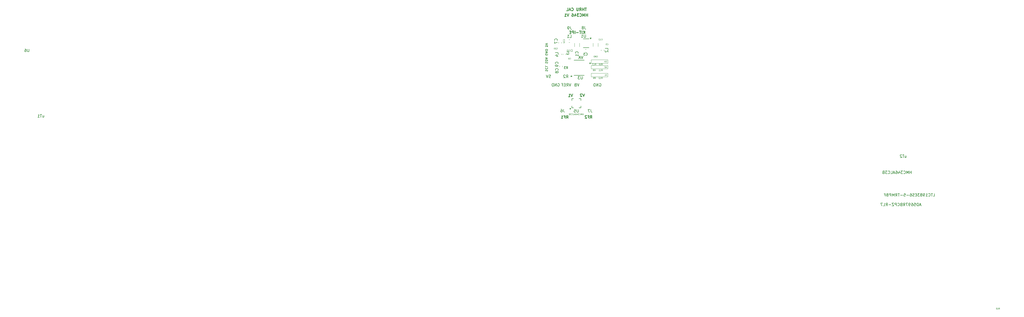
<source format=gbr>
%TF.GenerationSoftware,KiCad,Pcbnew,5.1.5-52549c5~84~ubuntu18.04.1*%
%TF.CreationDate,2020-02-12T17:28:15+01:00*%
%TF.ProjectId,HMC_RF_IPE,484d435f-5246-45f4-9950-452e6b696361,rev?*%
%TF.SameCoordinates,Original*%
%TF.FileFunction,Legend,Bot*%
%TF.FilePolarity,Positive*%
%FSLAX46Y46*%
G04 Gerber Fmt 4.6, Leading zero omitted, Abs format (unit mm)*
G04 Created by KiCad (PCBNEW 5.1.5-52549c5~84~ubuntu18.04.1) date 2020-02-12 17:28:15*
%MOMM*%
%LPD*%
G04 APERTURE LIST*
%ADD10C,0.120000*%
%ADD11C,0.125000*%
%ADD12C,0.250000*%
%ADD13C,0.200000*%
%ADD14C,0.152400*%
%ADD15C,0.150000*%
G04 APERTURE END LIST*
D10*
X147643410Y-82903200D02*
X147643410Y-81673200D01*
X153603410Y-81673200D02*
X153603410Y-82903200D01*
X153603410Y-82903200D02*
X147643410Y-82903200D01*
D11*
X153180552Y-82366533D02*
X152942457Y-82366533D01*
X153228171Y-82509390D02*
X153061505Y-82009390D01*
X152894838Y-82509390D01*
X152466267Y-82509390D02*
X152751981Y-82509390D01*
X152609124Y-82509390D02*
X152609124Y-82009390D01*
X152656743Y-82080819D01*
X152704362Y-82128438D01*
X152751981Y-82152247D01*
D10*
X147643410Y-81673200D02*
X153603410Y-81673200D01*
X147613410Y-80083200D02*
X147613410Y-78853200D01*
X153573410Y-78853200D02*
X153573410Y-80083200D01*
X153573410Y-80083200D02*
X147613410Y-80083200D01*
D11*
X153150552Y-79546533D02*
X152912457Y-79546533D01*
X153198171Y-79689390D02*
X153031505Y-79189390D01*
X152864838Y-79689390D01*
X152602933Y-79189390D02*
X152555314Y-79189390D01*
X152507695Y-79213200D01*
X152483886Y-79237009D01*
X152460076Y-79284628D01*
X152436267Y-79379866D01*
X152436267Y-79498914D01*
X152460076Y-79594152D01*
X152483886Y-79641771D01*
X152507695Y-79665580D01*
X152555314Y-79689390D01*
X152602933Y-79689390D01*
X152650552Y-79665580D01*
X152674362Y-79641771D01*
X152698171Y-79594152D01*
X152721981Y-79498914D01*
X152721981Y-79379866D01*
X152698171Y-79284628D01*
X152674362Y-79237009D01*
X152650552Y-79213200D01*
X152602933Y-79189390D01*
D10*
X147613410Y-78853200D02*
X153573410Y-78853200D01*
D11*
X152876743Y-77213200D02*
X152924362Y-77189390D01*
X152995790Y-77189390D01*
X153067219Y-77213200D01*
X153114838Y-77260819D01*
X153138648Y-77308438D01*
X153162457Y-77403676D01*
X153162457Y-77475104D01*
X153138648Y-77570342D01*
X153114838Y-77617961D01*
X153067219Y-77665580D01*
X152995790Y-77689390D01*
X152948171Y-77689390D01*
X152876743Y-77665580D01*
X152852933Y-77641771D01*
X152852933Y-77475104D01*
X152948171Y-77475104D01*
X152662457Y-77546533D02*
X152424362Y-77546533D01*
X152710076Y-77689390D02*
X152543410Y-77189390D01*
X152376743Y-77689390D01*
D10*
X147613410Y-78083200D02*
X147613410Y-76853200D01*
X153573410Y-78083200D02*
X147613410Y-78083200D01*
X153573410Y-76853200D02*
X153573410Y-78083200D01*
X147613410Y-76853200D02*
X153573410Y-76853200D01*
D12*
X141052933Y-89035580D02*
X140719600Y-90035580D01*
X140386267Y-89035580D01*
X139529124Y-90035580D02*
X140100552Y-90035580D01*
X139814838Y-90035580D02*
X139814838Y-89035580D01*
X139910076Y-89178438D01*
X140005314Y-89273676D01*
X140100552Y-89321295D01*
X145262933Y-88985580D02*
X144929600Y-89985580D01*
X144596267Y-88985580D01*
X144310552Y-89080819D02*
X144262933Y-89033200D01*
X144167695Y-88985580D01*
X143929600Y-88985580D01*
X143834362Y-89033200D01*
X143786743Y-89080819D01*
X143739124Y-89176057D01*
X143739124Y-89271295D01*
X143786743Y-89414152D01*
X144358171Y-89985580D01*
X143739124Y-89985580D01*
X146344838Y-61335580D02*
X146344838Y-60335580D01*
X146344838Y-60811771D02*
X145773410Y-60811771D01*
X145773410Y-61335580D02*
X145773410Y-60335580D01*
X145297219Y-61335580D02*
X145297219Y-60335580D01*
X144963886Y-61049866D01*
X144630552Y-60335580D01*
X144630552Y-61335580D01*
X143582933Y-61240342D02*
X143630552Y-61287961D01*
X143773410Y-61335580D01*
X143868648Y-61335580D01*
X144011505Y-61287961D01*
X144106743Y-61192723D01*
X144154362Y-61097485D01*
X144201981Y-60907009D01*
X144201981Y-60764152D01*
X144154362Y-60573676D01*
X144106743Y-60478438D01*
X144011505Y-60383200D01*
X143868648Y-60335580D01*
X143773410Y-60335580D01*
X143630552Y-60383200D01*
X143582933Y-60430819D01*
X143249600Y-60335580D02*
X142630552Y-60335580D01*
X142963886Y-60716533D01*
X142821029Y-60716533D01*
X142725790Y-60764152D01*
X142678171Y-60811771D01*
X142630552Y-60907009D01*
X142630552Y-61145104D01*
X142678171Y-61240342D01*
X142725790Y-61287961D01*
X142821029Y-61335580D01*
X143106743Y-61335580D01*
X143201981Y-61287961D01*
X143249600Y-61240342D01*
X141773410Y-60668914D02*
X141773410Y-61335580D01*
X142011505Y-60287961D02*
X142249600Y-61002247D01*
X141630552Y-61002247D01*
X140821029Y-60335580D02*
X141011505Y-60335580D01*
X141106743Y-60383200D01*
X141154362Y-60430819D01*
X141249600Y-60573676D01*
X141297219Y-60764152D01*
X141297219Y-61145104D01*
X141249600Y-61240342D01*
X141201981Y-61287961D01*
X141106743Y-61335580D01*
X140916267Y-61335580D01*
X140821029Y-61287961D01*
X140773410Y-61240342D01*
X140725790Y-61145104D01*
X140725790Y-60907009D01*
X140773410Y-60811771D01*
X140821029Y-60764152D01*
X140916267Y-60716533D01*
X141106743Y-60716533D01*
X141201981Y-60764152D01*
X141249600Y-60811771D01*
X141297219Y-60907009D01*
X139678171Y-60335580D02*
X139344838Y-61335580D01*
X139011505Y-60335580D01*
X138154362Y-61335580D02*
X138725790Y-61335580D01*
X138440076Y-61335580D02*
X138440076Y-60335580D01*
X138535314Y-60478438D01*
X138630552Y-60573676D01*
X138725790Y-60621295D01*
X145333886Y-67485580D02*
X145333886Y-66485580D01*
X144762457Y-67485580D02*
X145191029Y-66914152D01*
X144762457Y-66485580D02*
X145333886Y-67057009D01*
X144333886Y-67485580D02*
X144333886Y-66485580D01*
X144000552Y-66485580D02*
X143429124Y-66485580D01*
X143714838Y-67485580D02*
X143714838Y-66485580D01*
X143095790Y-67104628D02*
X142333886Y-67104628D01*
X141857695Y-67485580D02*
X141857695Y-66485580D01*
X141381505Y-67485580D02*
X141381505Y-66485580D01*
X141000552Y-66485580D01*
X140905314Y-66533200D01*
X140857695Y-66580819D01*
X140810076Y-66676057D01*
X140810076Y-66818914D01*
X140857695Y-66914152D01*
X140905314Y-66961771D01*
X141000552Y-67009390D01*
X141381505Y-67009390D01*
X140381505Y-66961771D02*
X140048171Y-66961771D01*
X139905314Y-67485580D02*
X140381505Y-67485580D01*
X140381505Y-66485580D01*
X139905314Y-66485580D01*
X145971029Y-58295580D02*
X145399600Y-58295580D01*
X145685314Y-59295580D02*
X145685314Y-58295580D01*
X145066267Y-59295580D02*
X145066267Y-58295580D01*
X145066267Y-58771771D02*
X144494838Y-58771771D01*
X144494838Y-59295580D02*
X144494838Y-58295580D01*
X143447219Y-59295580D02*
X143780552Y-58819390D01*
X144018648Y-59295580D02*
X144018648Y-58295580D01*
X143637695Y-58295580D01*
X143542457Y-58343200D01*
X143494838Y-58390819D01*
X143447219Y-58486057D01*
X143447219Y-58628914D01*
X143494838Y-58724152D01*
X143542457Y-58771771D01*
X143637695Y-58819390D01*
X144018648Y-58819390D01*
X143018648Y-58295580D02*
X143018648Y-59105104D01*
X142971029Y-59200342D01*
X142923410Y-59247961D01*
X142828171Y-59295580D01*
X142637695Y-59295580D01*
X142542457Y-59247961D01*
X142494838Y-59200342D01*
X142447219Y-59105104D01*
X142447219Y-58295580D01*
X140637695Y-59200342D02*
X140685314Y-59247961D01*
X140828171Y-59295580D01*
X140923410Y-59295580D01*
X141066267Y-59247961D01*
X141161505Y-59152723D01*
X141209124Y-59057485D01*
X141256743Y-58867009D01*
X141256743Y-58724152D01*
X141209124Y-58533676D01*
X141161505Y-58438438D01*
X141066267Y-58343200D01*
X140923410Y-58295580D01*
X140828171Y-58295580D01*
X140685314Y-58343200D01*
X140637695Y-58390819D01*
X140256743Y-59009866D02*
X139780552Y-59009866D01*
X140351981Y-59295580D02*
X140018648Y-58295580D01*
X139685314Y-59295580D01*
X138875790Y-59295580D02*
X139351981Y-59295580D01*
X139351981Y-58295580D01*
D13*
X131399600Y-80911295D02*
X131361505Y-80797009D01*
X131361505Y-80606533D01*
X131399600Y-80530342D01*
X131437695Y-80492247D01*
X131513886Y-80454152D01*
X131590076Y-80454152D01*
X131666267Y-80492247D01*
X131704362Y-80530342D01*
X131742457Y-80606533D01*
X131780552Y-80758914D01*
X131818648Y-80835104D01*
X131856743Y-80873200D01*
X131932933Y-80911295D01*
X132009124Y-80911295D01*
X132085314Y-80873200D01*
X132123410Y-80835104D01*
X132161505Y-80758914D01*
X132161505Y-80568438D01*
X132123410Y-80454152D01*
X131437695Y-79654152D02*
X131399600Y-79692247D01*
X131361505Y-79806533D01*
X131361505Y-79882723D01*
X131399600Y-79997009D01*
X131475790Y-80073200D01*
X131551981Y-80111295D01*
X131704362Y-80149390D01*
X131818648Y-80149390D01*
X131971029Y-80111295D01*
X132047219Y-80073200D01*
X132123410Y-79997009D01*
X132161505Y-79882723D01*
X132161505Y-79806533D01*
X132123410Y-79692247D01*
X132085314Y-79654152D01*
X131361505Y-78930342D02*
X131361505Y-79311295D01*
X132161505Y-79311295D01*
X131399600Y-78092247D02*
X131361505Y-77977961D01*
X131361505Y-77787485D01*
X131399600Y-77711295D01*
X131437695Y-77673200D01*
X131513886Y-77635104D01*
X131590076Y-77635104D01*
X131666267Y-77673200D01*
X131704362Y-77711295D01*
X131742457Y-77787485D01*
X131780552Y-77939866D01*
X131818648Y-78016057D01*
X131856743Y-78054152D01*
X131932933Y-78092247D01*
X132009124Y-78092247D01*
X132085314Y-78054152D01*
X132123410Y-78016057D01*
X132161505Y-77939866D01*
X132161505Y-77749390D01*
X132123410Y-77635104D01*
X131361505Y-77292247D02*
X132161505Y-77292247D01*
X132161505Y-77101771D01*
X132123410Y-76987485D01*
X132047219Y-76911295D01*
X131971029Y-76873200D01*
X131818648Y-76835104D01*
X131704362Y-76835104D01*
X131551981Y-76873200D01*
X131475790Y-76911295D01*
X131399600Y-76987485D01*
X131361505Y-77101771D01*
X131361505Y-77292247D01*
X131590076Y-76530342D02*
X131590076Y-76149390D01*
X131361505Y-76606533D02*
X132161505Y-76339866D01*
X131361505Y-76073200D01*
X132123410Y-74777961D02*
X132161505Y-74854152D01*
X132161505Y-74968438D01*
X132123410Y-75082723D01*
X132047219Y-75158914D01*
X131971029Y-75197009D01*
X131818648Y-75235104D01*
X131704362Y-75235104D01*
X131551981Y-75197009D01*
X131475790Y-75158914D01*
X131399600Y-75082723D01*
X131361505Y-74968438D01*
X131361505Y-74892247D01*
X131399600Y-74777961D01*
X131437695Y-74739866D01*
X131704362Y-74739866D01*
X131704362Y-74892247D01*
X131361505Y-74397009D02*
X132161505Y-74397009D01*
X131361505Y-73939866D01*
X132161505Y-73939866D01*
X131361505Y-73558914D02*
X132161505Y-73558914D01*
X132161505Y-73368438D01*
X132123410Y-73254152D01*
X132047219Y-73177961D01*
X131971029Y-73139866D01*
X131818648Y-73101771D01*
X131704362Y-73101771D01*
X131551981Y-73139866D01*
X131475790Y-73177961D01*
X131399600Y-73254152D01*
X131361505Y-73368438D01*
X131361505Y-73558914D01*
X132161505Y-71768438D02*
X132161505Y-72149390D01*
X131780552Y-72187485D01*
X131818648Y-72149390D01*
X131856743Y-72073200D01*
X131856743Y-71882723D01*
X131818648Y-71806533D01*
X131780552Y-71768438D01*
X131704362Y-71730342D01*
X131513886Y-71730342D01*
X131437695Y-71768438D01*
X131399600Y-71806533D01*
X131361505Y-71882723D01*
X131361505Y-72073200D01*
X131399600Y-72149390D01*
X131437695Y-72187485D01*
X132161505Y-71501771D02*
X131361505Y-71235104D01*
X132161505Y-70968438D01*
D11*
X144861029Y-96539390D02*
X144861029Y-96039390D01*
X144861029Y-96277485D02*
X144575314Y-96277485D01*
X144575314Y-96539390D02*
X144575314Y-96039390D01*
X144337219Y-96539390D02*
X144337219Y-96039390D01*
X144170552Y-96396533D01*
X144003886Y-96039390D01*
X144003886Y-96539390D01*
X143480076Y-96491771D02*
X143503886Y-96515580D01*
X143575314Y-96539390D01*
X143622933Y-96539390D01*
X143694362Y-96515580D01*
X143741981Y-96467961D01*
X143765790Y-96420342D01*
X143789600Y-96325104D01*
X143789600Y-96253676D01*
X143765790Y-96158438D01*
X143741981Y-96110819D01*
X143694362Y-96063200D01*
X143622933Y-96039390D01*
X143575314Y-96039390D01*
X143503886Y-96063200D01*
X143480076Y-96087009D01*
X143313410Y-96039390D02*
X143003886Y-96039390D01*
X143170552Y-96229866D01*
X143099124Y-96229866D01*
X143051505Y-96253676D01*
X143027695Y-96277485D01*
X143003886Y-96325104D01*
X143003886Y-96444152D01*
X143027695Y-96491771D01*
X143051505Y-96515580D01*
X143099124Y-96539390D01*
X143241981Y-96539390D01*
X143289600Y-96515580D01*
X143313410Y-96491771D01*
X142575314Y-96206057D02*
X142575314Y-96539390D01*
X142694362Y-96015580D02*
X142813410Y-96372723D01*
X142503886Y-96372723D01*
X142099124Y-96039390D02*
X142194362Y-96039390D01*
X142241981Y-96063200D01*
X142265790Y-96087009D01*
X142313410Y-96158438D01*
X142337219Y-96253676D01*
X142337219Y-96444152D01*
X142313410Y-96491771D01*
X142289600Y-96515580D01*
X142241981Y-96539390D01*
X142146743Y-96539390D01*
X142099124Y-96515580D01*
X142075314Y-96491771D01*
X142051505Y-96444152D01*
X142051505Y-96325104D01*
X142075314Y-96277485D01*
X142099124Y-96253676D01*
X142146743Y-96229866D01*
X142241981Y-96229866D01*
X142289600Y-96253676D01*
X142313410Y-96277485D01*
X142337219Y-96325104D01*
X141861029Y-96396533D02*
X141622933Y-96396533D01*
X141908648Y-96539390D02*
X141741981Y-96039390D01*
X141575314Y-96539390D01*
X141170552Y-96539390D02*
X141408648Y-96539390D01*
X141408648Y-96039390D01*
X140718171Y-96491771D02*
X140741981Y-96515580D01*
X140813410Y-96539390D01*
X140861029Y-96539390D01*
X140932457Y-96515580D01*
X140980076Y-96467961D01*
X141003886Y-96420342D01*
X141027695Y-96325104D01*
X141027695Y-96253676D01*
X141003886Y-96158438D01*
X140980076Y-96110819D01*
X140932457Y-96063200D01*
X140861029Y-96039390D01*
X140813410Y-96039390D01*
X140741981Y-96063200D01*
X140718171Y-96087009D01*
X140551505Y-96039390D02*
X140241981Y-96039390D01*
X140408648Y-96229866D01*
X140337219Y-96229866D01*
X140289600Y-96253676D01*
X140265790Y-96277485D01*
X140241981Y-96325104D01*
X140241981Y-96444152D01*
X140265790Y-96491771D01*
X140289600Y-96515580D01*
X140337219Y-96539390D01*
X140480076Y-96539390D01*
X140527695Y-96515580D01*
X140551505Y-96491771D01*
X139861029Y-96277485D02*
X139789600Y-96301295D01*
X139765790Y-96325104D01*
X139741981Y-96372723D01*
X139741981Y-96444152D01*
X139765790Y-96491771D01*
X139789600Y-96515580D01*
X139837219Y-96539390D01*
X140027695Y-96539390D01*
X140027695Y-96039390D01*
X139861029Y-96039390D01*
X139813410Y-96063200D01*
X139789600Y-96087009D01*
X139765790Y-96134628D01*
X139765790Y-96182247D01*
X139789600Y-96229866D01*
X139813410Y-96253676D01*
X139861029Y-96277485D01*
X140027695Y-96277485D01*
D12*
X138748648Y-97775580D02*
X139081981Y-97299390D01*
X139320076Y-97775580D02*
X139320076Y-96775580D01*
X138939124Y-96775580D01*
X138843886Y-96823200D01*
X138796267Y-96870819D01*
X138748648Y-96966057D01*
X138748648Y-97108914D01*
X138796267Y-97204152D01*
X138843886Y-97251771D01*
X138939124Y-97299390D01*
X139320076Y-97299390D01*
X137986743Y-97251771D02*
X138320076Y-97251771D01*
X138320076Y-97775580D02*
X138320076Y-96775580D01*
X137843886Y-96775580D01*
X136939124Y-97775580D02*
X137510552Y-97775580D01*
X137224838Y-97775580D02*
X137224838Y-96775580D01*
X137320076Y-96918438D01*
X137415314Y-97013676D01*
X137510552Y-97061295D01*
X147258648Y-97755580D02*
X147591981Y-97279390D01*
X147830076Y-97755580D02*
X147830076Y-96755580D01*
X147449124Y-96755580D01*
X147353886Y-96803200D01*
X147306267Y-96850819D01*
X147258648Y-96946057D01*
X147258648Y-97088914D01*
X147306267Y-97184152D01*
X147353886Y-97231771D01*
X147449124Y-97279390D01*
X147830076Y-97279390D01*
X146496743Y-97231771D02*
X146830076Y-97231771D01*
X146830076Y-97755580D02*
X146830076Y-96755580D01*
X146353886Y-96755580D01*
X146020552Y-96850819D02*
X145972933Y-96803200D01*
X145877695Y-96755580D01*
X145639600Y-96755580D01*
X145544362Y-96803200D01*
X145496743Y-96850819D01*
X145449124Y-96946057D01*
X145449124Y-97041295D01*
X145496743Y-97184152D01*
X146068171Y-97755580D01*
X145449124Y-97755580D01*
D14*
%TO.C,U5*%
X140746410Y-90746200D02*
X141388271Y-90746200D01*
X144000410Y-90746200D02*
X144000410Y-91388061D01*
X144000410Y-94000200D02*
X143358549Y-94000200D01*
X140746410Y-94000200D02*
X140746410Y-93358339D01*
X141388271Y-94000200D02*
X140746410Y-94000200D01*
X140746410Y-91388061D02*
X140746410Y-90746200D01*
X143358549Y-90746200D02*
X144000410Y-90746200D01*
X144000410Y-93358339D02*
X144000410Y-94000200D01*
D10*
%TO.C,C12*%
X150113410Y-70931136D02*
X150113410Y-72135264D01*
X148293410Y-70931136D02*
X148293410Y-72135264D01*
%TO.C,L2*%
X151203410Y-73575979D02*
X151203410Y-73250421D01*
X152223410Y-73575979D02*
X152223410Y-73250421D01*
%TO.C,L1*%
X139720631Y-70625700D02*
X140046189Y-70625700D01*
X139720631Y-69605700D02*
X140046189Y-69605700D01*
%TO.C,L4*%
X137053410Y-74720421D02*
X137053410Y-75045979D01*
X136033410Y-74720421D02*
X136033410Y-75045979D01*
%TO.C,L3*%
X138593410Y-74730421D02*
X138593410Y-75055979D01*
X137573410Y-74730421D02*
X137573410Y-75055979D01*
D14*
%TO.C,U3*%
X147161410Y-78280699D02*
X147415410Y-78280699D01*
X147161410Y-77899699D02*
X147161410Y-78280699D01*
X147415410Y-77899699D02*
X147161410Y-77899699D01*
X147415410Y-78280699D02*
X147415410Y-77899699D01*
X145190834Y-82394900D02*
X141511986Y-82394900D01*
X141511986Y-77035500D02*
X145190834Y-77035500D01*
D10*
%TO.C,C1*%
X143523410Y-70941136D02*
X143523410Y-72145264D01*
X141703410Y-70941136D02*
X141703410Y-72145264D01*
D14*
%TO.C,U1*%
X144890110Y-69388400D02*
X146896710Y-69388400D01*
X146896710Y-72538000D02*
X144890110Y-72538000D01*
D10*
%TO.C,C3*%
X145826189Y-74093200D02*
X145500631Y-74093200D01*
X145826189Y-73073200D02*
X145500631Y-73073200D01*
%TO.C,C7*%
X136023410Y-70935979D02*
X136023410Y-70610421D01*
X137043410Y-70935979D02*
X137043410Y-70610421D01*
%TO.C,C8*%
X137413410Y-79060421D02*
X137413410Y-79385979D01*
X136393410Y-79060421D02*
X136393410Y-79385979D01*
%TO.C,*%
D11*
X292928248Y-166022590D02*
X293094915Y-165784495D01*
X293213962Y-166022590D02*
X293213962Y-165522590D01*
X293023486Y-165522590D01*
X292975867Y-165546400D01*
X292952058Y-165570209D01*
X292928248Y-165617828D01*
X292928248Y-165689257D01*
X292952058Y-165736876D01*
X292975867Y-165760685D01*
X293023486Y-165784495D01*
X293213962Y-165784495D01*
X292452058Y-166022590D02*
X292737772Y-166022590D01*
X292594915Y-166022590D02*
X292594915Y-165522590D01*
X292642534Y-165594019D01*
X292690153Y-165641638D01*
X292737772Y-165665447D01*
X292142534Y-165522590D02*
X292094915Y-165522590D01*
X292047296Y-165546400D01*
X292023486Y-165570209D01*
X291999677Y-165617828D01*
X291975867Y-165713066D01*
X291975867Y-165832114D01*
X291999677Y-165927352D01*
X292023486Y-165974971D01*
X292047296Y-165998780D01*
X292094915Y-166022590D01*
X292142534Y-166022590D01*
X292190153Y-165998780D01*
X292213962Y-165974971D01*
X292237772Y-165927352D01*
X292261581Y-165832114D01*
X292261581Y-165713066D01*
X292237772Y-165617828D01*
X292213962Y-165570209D01*
X292190153Y-165546400D01*
X292142534Y-165522590D01*
%TO.C,uT1*%
D15*
X-47787732Y-96740914D02*
X-47787732Y-97407580D01*
X-47359161Y-96740914D02*
X-47359161Y-97264723D01*
X-47406780Y-97359961D01*
X-47502018Y-97407580D01*
X-47644875Y-97407580D01*
X-47740113Y-97359961D01*
X-47787732Y-97312342D01*
X-48121066Y-96407580D02*
X-48692494Y-96407580D01*
X-48406780Y-97407580D02*
X-48406780Y-96407580D01*
X-49549637Y-97407580D02*
X-48978209Y-97407580D01*
X-49263923Y-97407580D02*
X-49263923Y-96407580D01*
X-49168685Y-96550438D01*
X-49073447Y-96645676D01*
X-48978209Y-96693295D01*
%TO.C,J9*%
X140286743Y-64975580D02*
X140286743Y-65689866D01*
X140334362Y-65832723D01*
X140429600Y-65927961D01*
X140572457Y-65975580D01*
X140667695Y-65975580D01*
X139762933Y-65975580D02*
X139572457Y-65975580D01*
X139477219Y-65927961D01*
X139429600Y-65880342D01*
X139334362Y-65737485D01*
X139286743Y-65547009D01*
X139286743Y-65166057D01*
X139334362Y-65070819D01*
X139381981Y-65023200D01*
X139477219Y-64975580D01*
X139667695Y-64975580D01*
X139762933Y-65023200D01*
X139810552Y-65070819D01*
X139858171Y-65166057D01*
X139858171Y-65404152D01*
X139810552Y-65499390D01*
X139762933Y-65547009D01*
X139667695Y-65594628D01*
X139477219Y-65594628D01*
X139381981Y-65547009D01*
X139334362Y-65499390D01*
X139286743Y-65404152D01*
%TO.C,J6*%
X137816743Y-94535580D02*
X137816743Y-95249866D01*
X137864362Y-95392723D01*
X137959600Y-95487961D01*
X138102457Y-95535580D01*
X138197695Y-95535580D01*
X136911981Y-94535580D02*
X137102457Y-94535580D01*
X137197695Y-94583200D01*
X137245314Y-94630819D01*
X137340552Y-94773676D01*
X137388171Y-94964152D01*
X137388171Y-95345104D01*
X137340552Y-95440342D01*
X137292933Y-95487961D01*
X137197695Y-95535580D01*
X137007219Y-95535580D01*
X136911981Y-95487961D01*
X136864362Y-95440342D01*
X136816743Y-95345104D01*
X136816743Y-95107009D01*
X136864362Y-95011771D01*
X136911981Y-94964152D01*
X137007219Y-94916533D01*
X137197695Y-94916533D01*
X137292933Y-94964152D01*
X137340552Y-95011771D01*
X137388171Y-95107009D01*
%TO.C,J7*%
X147586743Y-94625580D02*
X147586743Y-95339866D01*
X147634362Y-95482723D01*
X147729600Y-95577961D01*
X147872457Y-95625580D01*
X147967695Y-95625580D01*
X147205790Y-94625580D02*
X146539124Y-94625580D01*
X146967695Y-95625580D01*
%TO.C,J8*%
X145386743Y-64935580D02*
X145386743Y-65649866D01*
X145434362Y-65792723D01*
X145529600Y-65887961D01*
X145672457Y-65935580D01*
X145767695Y-65935580D01*
X144767695Y-65364152D02*
X144862933Y-65316533D01*
X144910552Y-65268914D01*
X144958171Y-65173676D01*
X144958171Y-65126057D01*
X144910552Y-65030819D01*
X144862933Y-64983200D01*
X144767695Y-64935580D01*
X144577219Y-64935580D01*
X144481981Y-64983200D01*
X144434362Y-65030819D01*
X144386743Y-65126057D01*
X144386743Y-65173676D01*
X144434362Y-65268914D01*
X144481981Y-65316533D01*
X144577219Y-65364152D01*
X144767695Y-65364152D01*
X144862933Y-65411771D01*
X144910552Y-65459390D01*
X144958171Y-65554628D01*
X144958171Y-65745104D01*
X144910552Y-65840342D01*
X144862933Y-65887961D01*
X144767695Y-65935580D01*
X144577219Y-65935580D01*
X144481981Y-65887961D01*
X144434362Y-65840342D01*
X144386743Y-65745104D01*
X144386743Y-65554628D01*
X144434362Y-65459390D01*
X144481981Y-65411771D01*
X144577219Y-65364152D01*
%TO.C,U6*%
X-52668685Y-72987580D02*
X-52668685Y-73797104D01*
X-52716304Y-73892342D01*
X-52763923Y-73939961D01*
X-52859161Y-73987580D01*
X-53049637Y-73987580D01*
X-53144875Y-73939961D01*
X-53192494Y-73892342D01*
X-53240113Y-73797104D01*
X-53240113Y-72987580D01*
X-54144875Y-72987580D02*
X-53954399Y-72987580D01*
X-53859161Y-73035200D01*
X-53811542Y-73082819D01*
X-53716304Y-73225676D01*
X-53668685Y-73416152D01*
X-53668685Y-73797104D01*
X-53716304Y-73892342D01*
X-53763923Y-73939961D01*
X-53859161Y-73987580D01*
X-54049637Y-73987580D01*
X-54144875Y-73939961D01*
X-54192494Y-73892342D01*
X-54240113Y-73797104D01*
X-54240113Y-73559009D01*
X-54192494Y-73463771D01*
X-54144875Y-73416152D01*
X-54049637Y-73368533D01*
X-53859161Y-73368533D01*
X-53763923Y-73416152D01*
X-53716304Y-73463771D01*
X-53668685Y-73559009D01*
%TO.C,U5*%
X143135314Y-94625580D02*
X143135314Y-95435104D01*
X143087695Y-95530342D01*
X143040076Y-95577961D01*
X142944838Y-95625580D01*
X142754362Y-95625580D01*
X142659124Y-95577961D01*
X142611505Y-95530342D01*
X142563886Y-95435104D01*
X142563886Y-94625580D01*
X141611505Y-94625580D02*
X142087695Y-94625580D01*
X142135314Y-95101771D01*
X142087695Y-95054152D01*
X141992457Y-95006533D01*
X141754362Y-95006533D01*
X141659124Y-95054152D01*
X141611505Y-95101771D01*
X141563886Y-95197009D01*
X141563886Y-95435104D01*
X141611505Y-95530342D01*
X141659124Y-95577961D01*
X141754362Y-95625580D01*
X141992457Y-95625580D01*
X142087695Y-95577961D01*
X142135314Y-95530342D01*
X261788648Y-117585580D02*
X261788648Y-116585580D01*
X261788648Y-117061771D02*
X261217219Y-117061771D01*
X261217219Y-117585580D02*
X261217219Y-116585580D01*
X260741029Y-117585580D02*
X260741029Y-116585580D01*
X260407695Y-117299866D01*
X260074362Y-116585580D01*
X260074362Y-117585580D01*
X259026743Y-117490342D02*
X259074362Y-117537961D01*
X259217219Y-117585580D01*
X259312457Y-117585580D01*
X259455314Y-117537961D01*
X259550552Y-117442723D01*
X259598171Y-117347485D01*
X259645790Y-117157009D01*
X259645790Y-117014152D01*
X259598171Y-116823676D01*
X259550552Y-116728438D01*
X259455314Y-116633200D01*
X259312457Y-116585580D01*
X259217219Y-116585580D01*
X259074362Y-116633200D01*
X259026743Y-116680819D01*
X258693410Y-116585580D02*
X258074362Y-116585580D01*
X258407695Y-116966533D01*
X258264838Y-116966533D01*
X258169600Y-117014152D01*
X258121981Y-117061771D01*
X258074362Y-117157009D01*
X258074362Y-117395104D01*
X258121981Y-117490342D01*
X258169600Y-117537961D01*
X258264838Y-117585580D01*
X258550552Y-117585580D01*
X258645790Y-117537961D01*
X258693410Y-117490342D01*
X257217219Y-116918914D02*
X257217219Y-117585580D01*
X257455314Y-116537961D02*
X257693410Y-117252247D01*
X257074362Y-117252247D01*
X256264838Y-116585580D02*
X256455314Y-116585580D01*
X256550552Y-116633200D01*
X256598171Y-116680819D01*
X256693410Y-116823676D01*
X256741029Y-117014152D01*
X256741029Y-117395104D01*
X256693410Y-117490342D01*
X256645790Y-117537961D01*
X256550552Y-117585580D01*
X256360076Y-117585580D01*
X256264838Y-117537961D01*
X256217219Y-117490342D01*
X256169600Y-117395104D01*
X256169600Y-117157009D01*
X256217219Y-117061771D01*
X256264838Y-117014152D01*
X256360076Y-116966533D01*
X256550552Y-116966533D01*
X256645790Y-117014152D01*
X256693410Y-117061771D01*
X256741029Y-117157009D01*
X255788648Y-117299866D02*
X255312457Y-117299866D01*
X255883886Y-117585580D02*
X255550552Y-116585580D01*
X255217219Y-117585580D01*
X254407695Y-117585580D02*
X254883886Y-117585580D01*
X254883886Y-116585580D01*
X253502933Y-117490342D02*
X253550552Y-117537961D01*
X253693410Y-117585580D01*
X253788648Y-117585580D01*
X253931505Y-117537961D01*
X254026743Y-117442723D01*
X254074362Y-117347485D01*
X254121981Y-117157009D01*
X254121981Y-117014152D01*
X254074362Y-116823676D01*
X254026743Y-116728438D01*
X253931505Y-116633200D01*
X253788648Y-116585580D01*
X253693410Y-116585580D01*
X253550552Y-116633200D01*
X253502933Y-116680819D01*
X253169600Y-116585580D02*
X252550552Y-116585580D01*
X252883886Y-116966533D01*
X252741029Y-116966533D01*
X252645790Y-117014152D01*
X252598171Y-117061771D01*
X252550552Y-117157009D01*
X252550552Y-117395104D01*
X252598171Y-117490342D01*
X252645790Y-117537961D01*
X252741029Y-117585580D01*
X253026743Y-117585580D01*
X253121981Y-117537961D01*
X253169600Y-117490342D01*
X251788648Y-117061771D02*
X251645790Y-117109390D01*
X251598171Y-117157009D01*
X251550552Y-117252247D01*
X251550552Y-117395104D01*
X251598171Y-117490342D01*
X251645790Y-117537961D01*
X251741029Y-117585580D01*
X252121981Y-117585580D01*
X252121981Y-116585580D01*
X251788648Y-116585580D01*
X251693410Y-116633200D01*
X251645790Y-116680819D01*
X251598171Y-116776057D01*
X251598171Y-116871295D01*
X251645790Y-116966533D01*
X251693410Y-117014152D01*
X251788648Y-117061771D01*
X252121981Y-117061771D01*
X140223410Y-94095580D02*
X140223410Y-94333676D01*
X140461505Y-94238438D02*
X140223410Y-94333676D01*
X139985314Y-94238438D01*
X140366267Y-94524152D02*
X140223410Y-94333676D01*
X140080552Y-94524152D01*
X140223410Y-94095580D02*
X140223410Y-94333676D01*
X140461505Y-94238438D02*
X140223410Y-94333676D01*
X139985314Y-94238438D01*
X140366267Y-94524152D02*
X140223410Y-94333676D01*
X140080552Y-94524152D01*
%TO.C,uT2*%
X259516267Y-111108914D02*
X259516267Y-111775580D01*
X259944838Y-111108914D02*
X259944838Y-111632723D01*
X259897219Y-111727961D01*
X259801981Y-111775580D01*
X259659124Y-111775580D01*
X259563886Y-111727961D01*
X259516267Y-111680342D01*
X259182933Y-110775580D02*
X258611505Y-110775580D01*
X258897219Y-111775580D02*
X258897219Y-110775580D01*
X258325790Y-110870819D02*
X258278171Y-110823200D01*
X258182933Y-110775580D01*
X257944838Y-110775580D01*
X257849600Y-110823200D01*
X257801981Y-110870819D01*
X257754362Y-110966057D01*
X257754362Y-111061295D01*
X257801981Y-111204152D01*
X258373410Y-111775580D01*
X257754362Y-111775580D01*
%TO.C,GND*%
D11*
X149604362Y-75448200D02*
X149651981Y-75424390D01*
X149723410Y-75424390D01*
X149794838Y-75448200D01*
X149842457Y-75495819D01*
X149866267Y-75543438D01*
X149890076Y-75638676D01*
X149890076Y-75710104D01*
X149866267Y-75805342D01*
X149842457Y-75852961D01*
X149794838Y-75900580D01*
X149723410Y-75924390D01*
X149675790Y-75924390D01*
X149604362Y-75900580D01*
X149580552Y-75876771D01*
X149580552Y-75710104D01*
X149675790Y-75710104D01*
X149366267Y-75924390D02*
X149366267Y-75424390D01*
X149080552Y-75924390D01*
X149080552Y-75424390D01*
X148842457Y-75924390D02*
X148842457Y-75424390D01*
X148723410Y-75424390D01*
X148651981Y-75448200D01*
X148604362Y-75495819D01*
X148580552Y-75543438D01*
X148556743Y-75638676D01*
X148556743Y-75710104D01*
X148580552Y-75805342D01*
X148604362Y-75852961D01*
X148651981Y-75900580D01*
X148723410Y-75924390D01*
X148842457Y-75924390D01*
%TO.C,C23*%
X139924838Y-73741771D02*
X139948648Y-73765580D01*
X140020076Y-73789390D01*
X140067695Y-73789390D01*
X140139124Y-73765580D01*
X140186743Y-73717961D01*
X140210552Y-73670342D01*
X140234362Y-73575104D01*
X140234362Y-73503676D01*
X140210552Y-73408438D01*
X140186743Y-73360819D01*
X140139124Y-73313200D01*
X140067695Y-73289390D01*
X140020076Y-73289390D01*
X139948648Y-73313200D01*
X139924838Y-73337009D01*
X139734362Y-73337009D02*
X139710552Y-73313200D01*
X139662933Y-73289390D01*
X139543886Y-73289390D01*
X139496267Y-73313200D01*
X139472457Y-73337009D01*
X139448648Y-73384628D01*
X139448648Y-73432247D01*
X139472457Y-73503676D01*
X139758171Y-73789390D01*
X139448648Y-73789390D01*
X139281981Y-73289390D02*
X138972457Y-73289390D01*
X139139124Y-73479866D01*
X139067695Y-73479866D01*
X139020076Y-73503676D01*
X138996267Y-73527485D01*
X138972457Y-73575104D01*
X138972457Y-73694152D01*
X138996267Y-73741771D01*
X139020076Y-73765580D01*
X139067695Y-73789390D01*
X139210552Y-73789390D01*
X139258171Y-73765580D01*
X139281981Y-73741771D01*
%TO.C,C22*%
X138131981Y-69881771D02*
X138155790Y-69857961D01*
X138179600Y-69786533D01*
X138179600Y-69738914D01*
X138155790Y-69667485D01*
X138108171Y-69619866D01*
X138060552Y-69596057D01*
X137965314Y-69572247D01*
X137893886Y-69572247D01*
X137798648Y-69596057D01*
X137751029Y-69619866D01*
X137703410Y-69667485D01*
X137679600Y-69738914D01*
X137679600Y-69786533D01*
X137703410Y-69857961D01*
X137727219Y-69881771D01*
X137727219Y-70072247D02*
X137703410Y-70096057D01*
X137679600Y-70143676D01*
X137679600Y-70262723D01*
X137703410Y-70310342D01*
X137727219Y-70334152D01*
X137774838Y-70357961D01*
X137822457Y-70357961D01*
X137893886Y-70334152D01*
X138179600Y-70048438D01*
X138179600Y-70357961D01*
X137727219Y-70548438D02*
X137703410Y-70572247D01*
X137679600Y-70619866D01*
X137679600Y-70738914D01*
X137703410Y-70786533D01*
X137727219Y-70810342D01*
X137774838Y-70834152D01*
X137822457Y-70834152D01*
X137893886Y-70810342D01*
X138179600Y-70524628D01*
X138179600Y-70834152D01*
%TO.C,C20*%
X135324838Y-73001771D02*
X135348648Y-73025580D01*
X135420076Y-73049390D01*
X135467695Y-73049390D01*
X135539124Y-73025580D01*
X135586743Y-72977961D01*
X135610552Y-72930342D01*
X135634362Y-72835104D01*
X135634362Y-72763676D01*
X135610552Y-72668438D01*
X135586743Y-72620819D01*
X135539124Y-72573200D01*
X135467695Y-72549390D01*
X135420076Y-72549390D01*
X135348648Y-72573200D01*
X135324838Y-72597009D01*
X135134362Y-72597009D02*
X135110552Y-72573200D01*
X135062933Y-72549390D01*
X134943886Y-72549390D01*
X134896267Y-72573200D01*
X134872457Y-72597009D01*
X134848648Y-72644628D01*
X134848648Y-72692247D01*
X134872457Y-72763676D01*
X135158171Y-73049390D01*
X134848648Y-73049390D01*
X134539124Y-72549390D02*
X134491505Y-72549390D01*
X134443886Y-72573200D01*
X134420076Y-72597009D01*
X134396267Y-72644628D01*
X134372457Y-72739866D01*
X134372457Y-72858914D01*
X134396267Y-72954152D01*
X134420076Y-73001771D01*
X134443886Y-73025580D01*
X134491505Y-73049390D01*
X134539124Y-73049390D01*
X134586743Y-73025580D01*
X134610552Y-73001771D01*
X134634362Y-72954152D01*
X134658171Y-72858914D01*
X134658171Y-72739866D01*
X134634362Y-72644628D01*
X134610552Y-72597009D01*
X134586743Y-72573200D01*
X134539124Y-72549390D01*
%TO.C,C12*%
X151344838Y-69776771D02*
X151368648Y-69800580D01*
X151440076Y-69824390D01*
X151487695Y-69824390D01*
X151559124Y-69800580D01*
X151606743Y-69752961D01*
X151630552Y-69705342D01*
X151654362Y-69610104D01*
X151654362Y-69538676D01*
X151630552Y-69443438D01*
X151606743Y-69395819D01*
X151559124Y-69348200D01*
X151487695Y-69324390D01*
X151440076Y-69324390D01*
X151368648Y-69348200D01*
X151344838Y-69372009D01*
X150868648Y-69824390D02*
X151154362Y-69824390D01*
X151011505Y-69824390D02*
X151011505Y-69324390D01*
X151059124Y-69395819D01*
X151106743Y-69443438D01*
X151154362Y-69467247D01*
X150678171Y-69372009D02*
X150654362Y-69348200D01*
X150606743Y-69324390D01*
X150487695Y-69324390D01*
X150440076Y-69348200D01*
X150416267Y-69372009D01*
X150392457Y-69419628D01*
X150392457Y-69467247D01*
X150416267Y-69538676D01*
X150701981Y-69824390D01*
X150392457Y-69824390D01*
%TO.C,C5*%
X153356743Y-71501771D02*
X153380552Y-71525580D01*
X153451981Y-71549390D01*
X153499600Y-71549390D01*
X153571029Y-71525580D01*
X153618648Y-71477961D01*
X153642457Y-71430342D01*
X153666267Y-71335104D01*
X153666267Y-71263676D01*
X153642457Y-71168438D01*
X153618648Y-71120819D01*
X153571029Y-71073200D01*
X153499600Y-71049390D01*
X153451981Y-71049390D01*
X153380552Y-71073200D01*
X153356743Y-71097009D01*
X152904362Y-71049390D02*
X153142457Y-71049390D01*
X153166267Y-71287485D01*
X153142457Y-71263676D01*
X153094838Y-71239866D01*
X152975790Y-71239866D01*
X152928171Y-71263676D01*
X152904362Y-71287485D01*
X152880552Y-71335104D01*
X152880552Y-71454152D01*
X152904362Y-71501771D01*
X152928171Y-71525580D01*
X152975790Y-71549390D01*
X153094838Y-71549390D01*
X153142457Y-71525580D01*
X153166267Y-71501771D01*
%TO.C,L2*%
D15*
X153615790Y-73256533D02*
X153615790Y-72780342D01*
X152615790Y-72780342D01*
X152711029Y-73542247D02*
X152663410Y-73589866D01*
X152615790Y-73685104D01*
X152615790Y-73923200D01*
X152663410Y-74018438D01*
X152711029Y-74066057D01*
X152806267Y-74113676D01*
X152901505Y-74113676D01*
X153044362Y-74066057D01*
X153615790Y-73494628D01*
X153615790Y-74113676D01*
%TO.C,L1*%
X140040076Y-68935580D02*
X140516267Y-68935580D01*
X140516267Y-67935580D01*
X139182933Y-68935580D02*
X139754362Y-68935580D01*
X139468648Y-68935580D02*
X139468648Y-67935580D01*
X139563886Y-68078438D01*
X139659124Y-68173676D01*
X139754362Y-68221295D01*
%TO.C,L4*%
X135867790Y-74796533D02*
X135867790Y-74320342D01*
X134867790Y-74320342D01*
X135201124Y-75558438D02*
X135867790Y-75558438D01*
X134820171Y-75320342D02*
X135534457Y-75082247D01*
X135534457Y-75701295D01*
%TO.C,L3*%
X139680076Y-74336533D02*
X139680076Y-74003200D01*
X138980076Y-74003200D01*
X138980076Y-74503200D02*
X138980076Y-74936533D01*
X139246743Y-74703200D01*
X139246743Y-74803200D01*
X139280076Y-74869866D01*
X139313410Y-74903200D01*
X139380076Y-74936533D01*
X139546743Y-74936533D01*
X139613410Y-74903200D01*
X139646743Y-74869866D01*
X139680076Y-74803200D01*
X139680076Y-74603200D01*
X139646743Y-74536533D01*
X139613410Y-74503200D01*
%TO.C,U3*%
X144565314Y-82765580D02*
X144565314Y-83575104D01*
X144517695Y-83670342D01*
X144470076Y-83717961D01*
X144374838Y-83765580D01*
X144184362Y-83765580D01*
X144089124Y-83717961D01*
X144041505Y-83670342D01*
X143993886Y-83575104D01*
X143993886Y-82765580D01*
X143612933Y-82765580D02*
X142993886Y-82765580D01*
X143327219Y-83146533D01*
X143184362Y-83146533D01*
X143089124Y-83194152D01*
X143041505Y-83241771D01*
X142993886Y-83337009D01*
X142993886Y-83575104D01*
X143041505Y-83670342D01*
X143089124Y-83717961D01*
X143184362Y-83765580D01*
X143470076Y-83765580D01*
X143565314Y-83717961D01*
X143612933Y-83670342D01*
X265152457Y-128769866D02*
X264676267Y-128769866D01*
X265247695Y-129055580D02*
X264914362Y-128055580D01*
X264581029Y-129055580D01*
X264247695Y-129055580D02*
X264247695Y-128055580D01*
X264009600Y-128055580D01*
X263866743Y-128103200D01*
X263771505Y-128198438D01*
X263723886Y-128293676D01*
X263676267Y-128484152D01*
X263676267Y-128627009D01*
X263723886Y-128817485D01*
X263771505Y-128912723D01*
X263866743Y-129007961D01*
X264009600Y-129055580D01*
X264247695Y-129055580D01*
X262771505Y-128055580D02*
X263247695Y-128055580D01*
X263295314Y-128531771D01*
X263247695Y-128484152D01*
X263152457Y-128436533D01*
X262914362Y-128436533D01*
X262819124Y-128484152D01*
X262771505Y-128531771D01*
X262723886Y-128627009D01*
X262723886Y-128865104D01*
X262771505Y-128960342D01*
X262819124Y-129007961D01*
X262914362Y-129055580D01*
X263152457Y-129055580D01*
X263247695Y-129007961D01*
X263295314Y-128960342D01*
X261866743Y-128055580D02*
X262057219Y-128055580D01*
X262152457Y-128103200D01*
X262200076Y-128150819D01*
X262295314Y-128293676D01*
X262342933Y-128484152D01*
X262342933Y-128865104D01*
X262295314Y-128960342D01*
X262247695Y-129007961D01*
X262152457Y-129055580D01*
X261961981Y-129055580D01*
X261866743Y-129007961D01*
X261819124Y-128960342D01*
X261771505Y-128865104D01*
X261771505Y-128627009D01*
X261819124Y-128531771D01*
X261866743Y-128484152D01*
X261961981Y-128436533D01*
X262152457Y-128436533D01*
X262247695Y-128484152D01*
X262295314Y-128531771D01*
X262342933Y-128627009D01*
X261295314Y-129055580D02*
X261104838Y-129055580D01*
X261009600Y-129007961D01*
X260961981Y-128960342D01*
X260866743Y-128817485D01*
X260819124Y-128627009D01*
X260819124Y-128246057D01*
X260866743Y-128150819D01*
X260914362Y-128103200D01*
X261009600Y-128055580D01*
X261200076Y-128055580D01*
X261295314Y-128103200D01*
X261342933Y-128150819D01*
X261390552Y-128246057D01*
X261390552Y-128484152D01*
X261342933Y-128579390D01*
X261295314Y-128627009D01*
X261200076Y-128674628D01*
X261009600Y-128674628D01*
X260914362Y-128627009D01*
X260866743Y-128579390D01*
X260819124Y-128484152D01*
X260485790Y-128055580D02*
X259819124Y-128055580D01*
X260247695Y-129055580D01*
X258866743Y-129055580D02*
X259200076Y-128579390D01*
X259438171Y-129055580D02*
X259438171Y-128055580D01*
X259057219Y-128055580D01*
X258961981Y-128103200D01*
X258914362Y-128150819D01*
X258866743Y-128246057D01*
X258866743Y-128388914D01*
X258914362Y-128484152D01*
X258961981Y-128531771D01*
X259057219Y-128579390D01*
X259438171Y-128579390D01*
X258104838Y-128531771D02*
X257961981Y-128579390D01*
X257914362Y-128627009D01*
X257866743Y-128722247D01*
X257866743Y-128865104D01*
X257914362Y-128960342D01*
X257961981Y-129007961D01*
X258057219Y-129055580D01*
X258438171Y-129055580D01*
X258438171Y-128055580D01*
X258104838Y-128055580D01*
X258009600Y-128103200D01*
X257961981Y-128150819D01*
X257914362Y-128246057D01*
X257914362Y-128341295D01*
X257961981Y-128436533D01*
X258009600Y-128484152D01*
X258104838Y-128531771D01*
X258438171Y-128531771D01*
X256866743Y-128960342D02*
X256914362Y-129007961D01*
X257057219Y-129055580D01*
X257152457Y-129055580D01*
X257295314Y-129007961D01*
X257390552Y-128912723D01*
X257438171Y-128817485D01*
X257485790Y-128627009D01*
X257485790Y-128484152D01*
X257438171Y-128293676D01*
X257390552Y-128198438D01*
X257295314Y-128103200D01*
X257152457Y-128055580D01*
X257057219Y-128055580D01*
X256914362Y-128103200D01*
X256866743Y-128150819D01*
X256438171Y-129055580D02*
X256438171Y-128055580D01*
X256057219Y-128055580D01*
X255961981Y-128103200D01*
X255914362Y-128150819D01*
X255866743Y-128246057D01*
X255866743Y-128388914D01*
X255914362Y-128484152D01*
X255961981Y-128531771D01*
X256057219Y-128579390D01*
X256438171Y-128579390D01*
X255533410Y-128055580D02*
X254866743Y-128055580D01*
X255533410Y-129055580D01*
X254866743Y-129055580D01*
X254485790Y-128674628D02*
X253723886Y-128674628D01*
X252676267Y-129055580D02*
X253009600Y-128579390D01*
X253247695Y-129055580D02*
X253247695Y-128055580D01*
X252866743Y-128055580D01*
X252771505Y-128103200D01*
X252723886Y-128150819D01*
X252676267Y-128246057D01*
X252676267Y-128388914D01*
X252723886Y-128484152D01*
X252771505Y-128531771D01*
X252866743Y-128579390D01*
X253247695Y-128579390D01*
X251771505Y-129055580D02*
X252247695Y-129055580D01*
X252247695Y-128055580D01*
X251533410Y-128055580D02*
X250866743Y-128055580D01*
X251295314Y-129055580D01*
X140613410Y-82505580D02*
X140613410Y-82743676D01*
X140851505Y-82648438D02*
X140613410Y-82743676D01*
X140375314Y-82648438D01*
X140756267Y-82934152D02*
X140613410Y-82743676D01*
X140470552Y-82934152D01*
X140613410Y-82505580D02*
X140613410Y-82743676D01*
X140851505Y-82648438D02*
X140613410Y-82743676D01*
X140375314Y-82648438D01*
X140756267Y-82934152D02*
X140613410Y-82743676D01*
X140470552Y-82934152D01*
%TO.C,C1*%
X142940552Y-74576533D02*
X142988171Y-74528914D01*
X143035790Y-74386057D01*
X143035790Y-74290819D01*
X142988171Y-74147961D01*
X142892933Y-74052723D01*
X142797695Y-74005104D01*
X142607219Y-73957485D01*
X142464362Y-73957485D01*
X142273886Y-74005104D01*
X142178648Y-74052723D01*
X142083410Y-74147961D01*
X142035790Y-74290819D01*
X142035790Y-74386057D01*
X142083410Y-74528914D01*
X142131029Y-74576533D01*
X143035790Y-75528914D02*
X143035790Y-74957485D01*
X143035790Y-75243200D02*
X142035790Y-75243200D01*
X142178648Y-75147961D01*
X142273886Y-75052723D01*
X142321505Y-74957485D01*
%TO.C,U1*%
X145705314Y-67885580D02*
X145705314Y-68695104D01*
X145657695Y-68790342D01*
X145610076Y-68837961D01*
X145514838Y-68885580D01*
X145324362Y-68885580D01*
X145229124Y-68837961D01*
X145181505Y-68790342D01*
X145133886Y-68695104D01*
X145133886Y-67885580D01*
X144133886Y-68885580D02*
X144705314Y-68885580D01*
X144419600Y-68885580D02*
X144419600Y-67885580D01*
X144514838Y-68028438D01*
X144610076Y-68123676D01*
X144705314Y-68171295D01*
X269545600Y-125631580D02*
X270021790Y-125631580D01*
X270021790Y-124631580D01*
X269355124Y-124631580D02*
X268783695Y-124631580D01*
X269069410Y-125631580D02*
X269069410Y-124631580D01*
X267878933Y-125536342D02*
X267926552Y-125583961D01*
X268069410Y-125631580D01*
X268164648Y-125631580D01*
X268307505Y-125583961D01*
X268402743Y-125488723D01*
X268450362Y-125393485D01*
X268497981Y-125203009D01*
X268497981Y-125060152D01*
X268450362Y-124869676D01*
X268402743Y-124774438D01*
X268307505Y-124679200D01*
X268164648Y-124631580D01*
X268069410Y-124631580D01*
X267926552Y-124679200D01*
X267878933Y-124726819D01*
X266926552Y-125631580D02*
X267497981Y-125631580D01*
X267212267Y-125631580D02*
X267212267Y-124631580D01*
X267307505Y-124774438D01*
X267402743Y-124869676D01*
X267497981Y-124917295D01*
X266450362Y-125631580D02*
X266259886Y-125631580D01*
X266164648Y-125583961D01*
X266117029Y-125536342D01*
X266021790Y-125393485D01*
X265974171Y-125203009D01*
X265974171Y-124822057D01*
X266021790Y-124726819D01*
X266069410Y-124679200D01*
X266164648Y-124631580D01*
X266355124Y-124631580D01*
X266450362Y-124679200D01*
X266497981Y-124726819D01*
X266545600Y-124822057D01*
X266545600Y-125060152D01*
X266497981Y-125155390D01*
X266450362Y-125203009D01*
X266355124Y-125250628D01*
X266164648Y-125250628D01*
X266069410Y-125203009D01*
X266021790Y-125155390D01*
X265974171Y-125060152D01*
X265402743Y-125060152D02*
X265497981Y-125012533D01*
X265545600Y-124964914D01*
X265593219Y-124869676D01*
X265593219Y-124822057D01*
X265545600Y-124726819D01*
X265497981Y-124679200D01*
X265402743Y-124631580D01*
X265212267Y-124631580D01*
X265117029Y-124679200D01*
X265069410Y-124726819D01*
X265021790Y-124822057D01*
X265021790Y-124869676D01*
X265069410Y-124964914D01*
X265117029Y-125012533D01*
X265212267Y-125060152D01*
X265402743Y-125060152D01*
X265497981Y-125107771D01*
X265545600Y-125155390D01*
X265593219Y-125250628D01*
X265593219Y-125441104D01*
X265545600Y-125536342D01*
X265497981Y-125583961D01*
X265402743Y-125631580D01*
X265212267Y-125631580D01*
X265117029Y-125583961D01*
X265069410Y-125536342D01*
X265021790Y-125441104D01*
X265021790Y-125250628D01*
X265069410Y-125155390D01*
X265117029Y-125107771D01*
X265212267Y-125060152D01*
X264688457Y-124631580D02*
X264069410Y-124631580D01*
X264402743Y-125012533D01*
X264259886Y-125012533D01*
X264164648Y-125060152D01*
X264117029Y-125107771D01*
X264069410Y-125203009D01*
X264069410Y-125441104D01*
X264117029Y-125536342D01*
X264164648Y-125583961D01*
X264259886Y-125631580D01*
X264545600Y-125631580D01*
X264640838Y-125583961D01*
X264688457Y-125536342D01*
X263640838Y-125107771D02*
X263307505Y-125107771D01*
X263164648Y-125631580D02*
X263640838Y-125631580D01*
X263640838Y-124631580D01*
X263164648Y-124631580D01*
X262783695Y-125583961D02*
X262640838Y-125631580D01*
X262402743Y-125631580D01*
X262307505Y-125583961D01*
X262259886Y-125536342D01*
X262212267Y-125441104D01*
X262212267Y-125345866D01*
X262259886Y-125250628D01*
X262307505Y-125203009D01*
X262402743Y-125155390D01*
X262593219Y-125107771D01*
X262688457Y-125060152D01*
X262736076Y-125012533D01*
X262783695Y-124917295D01*
X262783695Y-124822057D01*
X262736076Y-124726819D01*
X262688457Y-124679200D01*
X262593219Y-124631580D01*
X262355124Y-124631580D01*
X262212267Y-124679200D01*
X261355124Y-124631580D02*
X261545600Y-124631580D01*
X261640838Y-124679200D01*
X261688457Y-124726819D01*
X261783695Y-124869676D01*
X261831314Y-125060152D01*
X261831314Y-125441104D01*
X261783695Y-125536342D01*
X261736076Y-125583961D01*
X261640838Y-125631580D01*
X261450362Y-125631580D01*
X261355124Y-125583961D01*
X261307505Y-125536342D01*
X261259886Y-125441104D01*
X261259886Y-125203009D01*
X261307505Y-125107771D01*
X261355124Y-125060152D01*
X261450362Y-125012533D01*
X261640838Y-125012533D01*
X261736076Y-125060152D01*
X261783695Y-125107771D01*
X261831314Y-125203009D01*
X260831314Y-125250628D02*
X260069410Y-125250628D01*
X259117029Y-124631580D02*
X259593219Y-124631580D01*
X259640838Y-125107771D01*
X259593219Y-125060152D01*
X259497981Y-125012533D01*
X259259886Y-125012533D01*
X259164648Y-125060152D01*
X259117029Y-125107771D01*
X259069410Y-125203009D01*
X259069410Y-125441104D01*
X259117029Y-125536342D01*
X259164648Y-125583961D01*
X259259886Y-125631580D01*
X259497981Y-125631580D01*
X259593219Y-125583961D01*
X259640838Y-125536342D01*
X258640838Y-125250628D02*
X257878933Y-125250628D01*
X257545600Y-124631580D02*
X256974171Y-124631580D01*
X257259886Y-125631580D02*
X257259886Y-124631580D01*
X256069410Y-125631580D02*
X256402743Y-125155390D01*
X256640838Y-125631580D02*
X256640838Y-124631580D01*
X256259886Y-124631580D01*
X256164648Y-124679200D01*
X256117029Y-124726819D01*
X256069410Y-124822057D01*
X256069410Y-124964914D01*
X256117029Y-125060152D01*
X256164648Y-125107771D01*
X256259886Y-125155390D01*
X256640838Y-125155390D01*
X255640838Y-125631580D02*
X255640838Y-124631580D01*
X255307505Y-125345866D01*
X254974171Y-124631580D01*
X254974171Y-125631580D01*
X254497981Y-125631580D02*
X254497981Y-124631580D01*
X254117029Y-124631580D01*
X254021790Y-124679200D01*
X253974171Y-124726819D01*
X253926552Y-124822057D01*
X253926552Y-124964914D01*
X253974171Y-125060152D01*
X254021790Y-125107771D01*
X254117029Y-125155390D01*
X254497981Y-125155390D01*
X253164648Y-125107771D02*
X253021790Y-125155390D01*
X252974171Y-125203009D01*
X252926552Y-125298247D01*
X252926552Y-125441104D01*
X252974171Y-125536342D01*
X253021790Y-125583961D01*
X253117029Y-125631580D01*
X253497981Y-125631580D01*
X253497981Y-124631580D01*
X253164648Y-124631580D01*
X253069410Y-124679200D01*
X253021790Y-124726819D01*
X252974171Y-124822057D01*
X252974171Y-124917295D01*
X253021790Y-125012533D01*
X253069410Y-125060152D01*
X253164648Y-125107771D01*
X253497981Y-125107771D01*
X252164648Y-125107771D02*
X252497981Y-125107771D01*
X252497981Y-125631580D02*
X252497981Y-124631580D01*
X252021790Y-124631580D01*
X147459410Y-68931580D02*
X147459410Y-69169676D01*
X147697505Y-69074438D02*
X147459410Y-69169676D01*
X147221314Y-69074438D01*
X147602267Y-69360152D02*
X147459410Y-69169676D01*
X147316552Y-69360152D01*
X147459410Y-68931580D02*
X147459410Y-69169676D01*
X147697505Y-69074438D02*
X147459410Y-69169676D01*
X147221314Y-69074438D01*
X147602267Y-69360152D02*
X147459410Y-69169676D01*
X147316552Y-69360152D01*
X147459410Y-68921580D02*
X147459410Y-69159676D01*
X147697505Y-69064438D02*
X147459410Y-69159676D01*
X147221314Y-69064438D01*
X147602267Y-69350152D02*
X147459410Y-69159676D01*
X147316552Y-69350152D01*
%TO.C,VB*%
X143366743Y-85335580D02*
X143033410Y-86335580D01*
X142700076Y-85335580D01*
X142033410Y-85811771D02*
X141890552Y-85859390D01*
X141842933Y-85907009D01*
X141795314Y-86002247D01*
X141795314Y-86145104D01*
X141842933Y-86240342D01*
X141890552Y-86287961D01*
X141985790Y-86335580D01*
X142366743Y-86335580D01*
X142366743Y-85335580D01*
X142033410Y-85335580D01*
X141938171Y-85383200D01*
X141890552Y-85430819D01*
X141842933Y-85526057D01*
X141842933Y-85621295D01*
X141890552Y-85716533D01*
X141938171Y-85764152D01*
X142033410Y-85811771D01*
X142366743Y-85811771D01*
%TO.C,5V*%
X132673886Y-82265580D02*
X133150076Y-82265580D01*
X133197695Y-82741771D01*
X133150076Y-82694152D01*
X133054838Y-82646533D01*
X132816743Y-82646533D01*
X132721505Y-82694152D01*
X132673886Y-82741771D01*
X132626267Y-82837009D01*
X132626267Y-83075104D01*
X132673886Y-83170342D01*
X132721505Y-83217961D01*
X132816743Y-83265580D01*
X133054838Y-83265580D01*
X133150076Y-83217961D01*
X133197695Y-83170342D01*
X132340552Y-82265580D02*
X132007219Y-83265580D01*
X131673886Y-82265580D01*
%TO.C,VA*%
X144760314Y-75475580D02*
X144426981Y-76475580D01*
X144093648Y-75475580D01*
X143807933Y-76189866D02*
X143331743Y-76189866D01*
X143903171Y-76475580D02*
X143569838Y-75475580D01*
X143236505Y-76475580D01*
%TO.C,VREF*%
X140447695Y-85335580D02*
X140114362Y-86335580D01*
X139781029Y-85335580D01*
X138876267Y-86335580D02*
X139209600Y-85859390D01*
X139447695Y-86335580D02*
X139447695Y-85335580D01*
X139066743Y-85335580D01*
X138971505Y-85383200D01*
X138923886Y-85430819D01*
X138876267Y-85526057D01*
X138876267Y-85668914D01*
X138923886Y-85764152D01*
X138971505Y-85811771D01*
X139066743Y-85859390D01*
X139447695Y-85859390D01*
X138447695Y-85811771D02*
X138114362Y-85811771D01*
X137971505Y-86335580D02*
X138447695Y-86335580D01*
X138447695Y-85335580D01*
X137971505Y-85335580D01*
X137209600Y-85811771D02*
X137542933Y-85811771D01*
X137542933Y-86335580D02*
X137542933Y-85335580D01*
X137066743Y-85335580D01*
%TO.C,GND*%
X150615314Y-85383200D02*
X150710552Y-85335580D01*
X150853410Y-85335580D01*
X150996267Y-85383200D01*
X151091505Y-85478438D01*
X151139124Y-85573676D01*
X151186743Y-85764152D01*
X151186743Y-85907009D01*
X151139124Y-86097485D01*
X151091505Y-86192723D01*
X150996267Y-86287961D01*
X150853410Y-86335580D01*
X150758171Y-86335580D01*
X150615314Y-86287961D01*
X150567695Y-86240342D01*
X150567695Y-85907009D01*
X150758171Y-85907009D01*
X150139124Y-86335580D02*
X150139124Y-85335580D01*
X149567695Y-86335580D01*
X149567695Y-85335580D01*
X149091505Y-86335580D02*
X149091505Y-85335580D01*
X148853410Y-85335580D01*
X148710552Y-85383200D01*
X148615314Y-85478438D01*
X148567695Y-85573676D01*
X148520076Y-85764152D01*
X148520076Y-85907009D01*
X148567695Y-86097485D01*
X148615314Y-86192723D01*
X148710552Y-86287961D01*
X148853410Y-86335580D01*
X149091505Y-86335580D01*
X135775314Y-85383200D02*
X135870552Y-85335580D01*
X136013410Y-85335580D01*
X136156267Y-85383200D01*
X136251505Y-85478438D01*
X136299124Y-85573676D01*
X136346743Y-85764152D01*
X136346743Y-85907009D01*
X136299124Y-86097485D01*
X136251505Y-86192723D01*
X136156267Y-86287961D01*
X136013410Y-86335580D01*
X135918171Y-86335580D01*
X135775314Y-86287961D01*
X135727695Y-86240342D01*
X135727695Y-85907009D01*
X135918171Y-85907009D01*
X135299124Y-86335580D02*
X135299124Y-85335580D01*
X134727695Y-86335580D01*
X134727695Y-85335580D01*
X134251505Y-86335580D02*
X134251505Y-85335580D01*
X134013410Y-85335580D01*
X133870552Y-85383200D01*
X133775314Y-85478438D01*
X133727695Y-85573676D01*
X133680076Y-85764152D01*
X133680076Y-85907009D01*
X133727695Y-86097485D01*
X133775314Y-86192723D01*
X133870552Y-86287961D01*
X134013410Y-86335580D01*
X134251505Y-86335580D01*
%TO.C,C2*%
D11*
X140931981Y-73399866D02*
X140955790Y-73376057D01*
X140979600Y-73304628D01*
X140979600Y-73257009D01*
X140955790Y-73185580D01*
X140908171Y-73137961D01*
X140860552Y-73114152D01*
X140765314Y-73090342D01*
X140693886Y-73090342D01*
X140598648Y-73114152D01*
X140551029Y-73137961D01*
X140503410Y-73185580D01*
X140479600Y-73257009D01*
X140479600Y-73304628D01*
X140503410Y-73376057D01*
X140527219Y-73399866D01*
X140527219Y-73590342D02*
X140503410Y-73614152D01*
X140479600Y-73661771D01*
X140479600Y-73780819D01*
X140503410Y-73828438D01*
X140527219Y-73852247D01*
X140574838Y-73876057D01*
X140622457Y-73876057D01*
X140693886Y-73852247D01*
X140979600Y-73566533D01*
X140979600Y-73876057D01*
%TO.C,C3*%
D15*
X145791943Y-75149504D02*
X145830038Y-75187599D01*
X145944324Y-75225694D01*
X146020514Y-75225694D01*
X146134800Y-75187599D01*
X146210990Y-75111409D01*
X146249086Y-75035218D01*
X146287181Y-74882837D01*
X146287181Y-74768551D01*
X146249086Y-74616170D01*
X146210990Y-74539980D01*
X146134800Y-74463790D01*
X146020514Y-74425694D01*
X145944324Y-74425694D01*
X145830038Y-74463790D01*
X145791943Y-74501885D01*
X145525276Y-74425694D02*
X145030038Y-74425694D01*
X145296705Y-74730456D01*
X145182419Y-74730456D01*
X145106229Y-74768551D01*
X145068133Y-74806647D01*
X145030038Y-74882837D01*
X145030038Y-75073313D01*
X145068133Y-75149504D01*
X145106229Y-75187599D01*
X145182419Y-75225694D01*
X145410990Y-75225694D01*
X145487181Y-75187599D01*
X145525276Y-75149504D01*
%TO.C,C6*%
D11*
X140013743Y-76631771D02*
X140037552Y-76655580D01*
X140108981Y-76679390D01*
X140156600Y-76679390D01*
X140228029Y-76655580D01*
X140275648Y-76607961D01*
X140299457Y-76560342D01*
X140323267Y-76465104D01*
X140323267Y-76393676D01*
X140299457Y-76298438D01*
X140275648Y-76250819D01*
X140228029Y-76203200D01*
X140156600Y-76179390D01*
X140108981Y-76179390D01*
X140037552Y-76203200D01*
X140013743Y-76227009D01*
X139585171Y-76179390D02*
X139680410Y-76179390D01*
X139728029Y-76203200D01*
X139751838Y-76227009D01*
X139799457Y-76298438D01*
X139823267Y-76393676D01*
X139823267Y-76584152D01*
X139799457Y-76631771D01*
X139775648Y-76655580D01*
X139728029Y-76679390D01*
X139632790Y-76679390D01*
X139585171Y-76655580D01*
X139561362Y-76631771D01*
X139537552Y-76584152D01*
X139537552Y-76465104D01*
X139561362Y-76417485D01*
X139585171Y-76393676D01*
X139632790Y-76369866D01*
X139728029Y-76369866D01*
X139775648Y-76393676D01*
X139799457Y-76417485D01*
X139823267Y-76465104D01*
%TO.C,C7*%
D15*
X135500552Y-69966533D02*
X135548171Y-69918914D01*
X135595790Y-69776057D01*
X135595790Y-69680819D01*
X135548171Y-69537961D01*
X135452933Y-69442723D01*
X135357695Y-69395104D01*
X135167219Y-69347485D01*
X135024362Y-69347485D01*
X134833886Y-69395104D01*
X134738648Y-69442723D01*
X134643410Y-69537961D01*
X134595790Y-69680819D01*
X134595790Y-69776057D01*
X134643410Y-69918914D01*
X134691029Y-69966533D01*
X134595790Y-70299866D02*
X134595790Y-70966533D01*
X135595790Y-70537961D01*
%TO.C,C8*%
X135830552Y-80616533D02*
X135878171Y-80568914D01*
X135925790Y-80426057D01*
X135925790Y-80330819D01*
X135878171Y-80187961D01*
X135782933Y-80092723D01*
X135687695Y-80045104D01*
X135497219Y-79997485D01*
X135354362Y-79997485D01*
X135163886Y-80045104D01*
X135068648Y-80092723D01*
X134973410Y-80187961D01*
X134925790Y-80330819D01*
X134925790Y-80426057D01*
X134973410Y-80568914D01*
X135021029Y-80616533D01*
X135354362Y-81187961D02*
X135306743Y-81092723D01*
X135259124Y-81045104D01*
X135163886Y-80997485D01*
X135116267Y-80997485D01*
X135021029Y-81045104D01*
X134973410Y-81092723D01*
X134925790Y-81187961D01*
X134925790Y-81378438D01*
X134973410Y-81473676D01*
X135021029Y-81521295D01*
X135116267Y-81568914D01*
X135163886Y-81568914D01*
X135259124Y-81521295D01*
X135306743Y-81473676D01*
X135354362Y-81378438D01*
X135354362Y-81187961D01*
X135401981Y-81092723D01*
X135449600Y-81045104D01*
X135544838Y-80997485D01*
X135735314Y-80997485D01*
X135830552Y-81045104D01*
X135878171Y-81092723D01*
X135925790Y-81187961D01*
X135925790Y-81378438D01*
X135878171Y-81473676D01*
X135830552Y-81521295D01*
X135735314Y-81568914D01*
X135544838Y-81568914D01*
X135449600Y-81521295D01*
X135401981Y-81473676D01*
X135354362Y-81378438D01*
%TO.C,C9*%
X135800552Y-78276533D02*
X135848171Y-78228914D01*
X135895790Y-78086057D01*
X135895790Y-77990819D01*
X135848171Y-77847961D01*
X135752933Y-77752723D01*
X135657695Y-77705104D01*
X135467219Y-77657485D01*
X135324362Y-77657485D01*
X135133886Y-77705104D01*
X135038648Y-77752723D01*
X134943410Y-77847961D01*
X134895790Y-77990819D01*
X134895790Y-78086057D01*
X134943410Y-78228914D01*
X134991029Y-78276533D01*
X135895790Y-78752723D02*
X135895790Y-78943200D01*
X135848171Y-79038438D01*
X135800552Y-79086057D01*
X135657695Y-79181295D01*
X135467219Y-79228914D01*
X135086267Y-79228914D01*
X134991029Y-79181295D01*
X134943410Y-79133676D01*
X134895790Y-79038438D01*
X134895790Y-78847961D01*
X134943410Y-78752723D01*
X134991029Y-78705104D01*
X135086267Y-78657485D01*
X135324362Y-78657485D01*
X135419600Y-78705104D01*
X135467219Y-78752723D01*
X135514838Y-78847961D01*
X135514838Y-79038438D01*
X135467219Y-79133676D01*
X135419600Y-79181295D01*
X135324362Y-79228914D01*
%TO.C,R2*%
X138770076Y-83295580D02*
X139103410Y-82819390D01*
X139341505Y-83295580D02*
X139341505Y-82295580D01*
X138960552Y-82295580D01*
X138865314Y-82343200D01*
X138817695Y-82390819D01*
X138770076Y-82486057D01*
X138770076Y-82628914D01*
X138817695Y-82724152D01*
X138865314Y-82771771D01*
X138960552Y-82819390D01*
X139341505Y-82819390D01*
X138389124Y-82390819D02*
X138341505Y-82343200D01*
X138246267Y-82295580D01*
X138008171Y-82295580D01*
X137912933Y-82343200D01*
X137865314Y-82390819D01*
X137817695Y-82486057D01*
X137817695Y-82581295D01*
X137865314Y-82724152D01*
X138436743Y-83295580D01*
X137817695Y-83295580D01*
%TO.C,R3*%
X138826743Y-80055104D02*
X139093410Y-79674152D01*
X139283886Y-80055104D02*
X139283886Y-79255104D01*
X138979124Y-79255104D01*
X138902933Y-79293200D01*
X138864838Y-79331295D01*
X138826743Y-79407485D01*
X138826743Y-79521771D01*
X138864838Y-79597961D01*
X138902933Y-79636057D01*
X138979124Y-79674152D01*
X139283886Y-79674152D01*
X138560076Y-79255104D02*
X138064838Y-79255104D01*
X138331505Y-79559866D01*
X138217219Y-79559866D01*
X138141029Y-79597961D01*
X138102933Y-79636057D01*
X138064838Y-79712247D01*
X138064838Y-79902723D01*
X138102933Y-79978914D01*
X138141029Y-80017009D01*
X138217219Y-80055104D01*
X138445790Y-80055104D01*
X138521981Y-80017009D01*
X138560076Y-79978914D01*
%TO.C,R8*%
D11*
X148806743Y-80799390D02*
X148973410Y-80561295D01*
X149092457Y-80799390D02*
X149092457Y-80299390D01*
X148901981Y-80299390D01*
X148854362Y-80323200D01*
X148830552Y-80347009D01*
X148806743Y-80394628D01*
X148806743Y-80466057D01*
X148830552Y-80513676D01*
X148854362Y-80537485D01*
X148901981Y-80561295D01*
X149092457Y-80561295D01*
X148521029Y-80513676D02*
X148568648Y-80489866D01*
X148592457Y-80466057D01*
X148616267Y-80418438D01*
X148616267Y-80394628D01*
X148592457Y-80347009D01*
X148568648Y-80323200D01*
X148521029Y-80299390D01*
X148425790Y-80299390D01*
X148378171Y-80323200D01*
X148354362Y-80347009D01*
X148330552Y-80394628D01*
X148330552Y-80418438D01*
X148354362Y-80466057D01*
X148378171Y-80489866D01*
X148425790Y-80513676D01*
X148521029Y-80513676D01*
X148568648Y-80537485D01*
X148592457Y-80561295D01*
X148616267Y-80608914D01*
X148616267Y-80704152D01*
X148592457Y-80751771D01*
X148568648Y-80775580D01*
X148521029Y-80799390D01*
X148425790Y-80799390D01*
X148378171Y-80775580D01*
X148354362Y-80751771D01*
X148330552Y-80704152D01*
X148330552Y-80608914D01*
X148354362Y-80561295D01*
X148378171Y-80537485D01*
X148425790Y-80513676D01*
%TO.C,R9*%
X148906743Y-83619390D02*
X149073410Y-83381295D01*
X149192457Y-83619390D02*
X149192457Y-83119390D01*
X149001981Y-83119390D01*
X148954362Y-83143200D01*
X148930552Y-83167009D01*
X148906743Y-83214628D01*
X148906743Y-83286057D01*
X148930552Y-83333676D01*
X148954362Y-83357485D01*
X149001981Y-83381295D01*
X149192457Y-83381295D01*
X148668648Y-83619390D02*
X148573410Y-83619390D01*
X148525790Y-83595580D01*
X148501981Y-83571771D01*
X148454362Y-83500342D01*
X148430552Y-83405104D01*
X148430552Y-83214628D01*
X148454362Y-83167009D01*
X148478171Y-83143200D01*
X148525790Y-83119390D01*
X148621029Y-83119390D01*
X148668648Y-83143200D01*
X148692457Y-83167009D01*
X148716267Y-83214628D01*
X148716267Y-83333676D01*
X148692457Y-83381295D01*
X148668648Y-83405104D01*
X148621029Y-83428914D01*
X148525790Y-83428914D01*
X148478171Y-83405104D01*
X148454362Y-83381295D01*
X148430552Y-83333676D01*
%TO.C,R10*%
X151364838Y-78699390D02*
X151531505Y-78461295D01*
X151650552Y-78699390D02*
X151650552Y-78199390D01*
X151460076Y-78199390D01*
X151412457Y-78223200D01*
X151388648Y-78247009D01*
X151364838Y-78294628D01*
X151364838Y-78366057D01*
X151388648Y-78413676D01*
X151412457Y-78437485D01*
X151460076Y-78461295D01*
X151650552Y-78461295D01*
X150888648Y-78699390D02*
X151174362Y-78699390D01*
X151031505Y-78699390D02*
X151031505Y-78199390D01*
X151079124Y-78270819D01*
X151126743Y-78318438D01*
X151174362Y-78342247D01*
X150579124Y-78199390D02*
X150531505Y-78199390D01*
X150483886Y-78223200D01*
X150460076Y-78247009D01*
X150436267Y-78294628D01*
X150412457Y-78389866D01*
X150412457Y-78508914D01*
X150436267Y-78604152D01*
X150460076Y-78651771D01*
X150483886Y-78675580D01*
X150531505Y-78699390D01*
X150579124Y-78699390D01*
X150626743Y-78675580D01*
X150650552Y-78651771D01*
X150674362Y-78604152D01*
X150698171Y-78508914D01*
X150698171Y-78389866D01*
X150674362Y-78294628D01*
X150650552Y-78247009D01*
X150626743Y-78223200D01*
X150579124Y-78199390D01*
%TO.C,R11*%
X151334838Y-80789390D02*
X151501505Y-80551295D01*
X151620552Y-80789390D02*
X151620552Y-80289390D01*
X151430076Y-80289390D01*
X151382457Y-80313200D01*
X151358648Y-80337009D01*
X151334838Y-80384628D01*
X151334838Y-80456057D01*
X151358648Y-80503676D01*
X151382457Y-80527485D01*
X151430076Y-80551295D01*
X151620552Y-80551295D01*
X150858648Y-80789390D02*
X151144362Y-80789390D01*
X151001505Y-80789390D02*
X151001505Y-80289390D01*
X151049124Y-80360819D01*
X151096743Y-80408438D01*
X151144362Y-80432247D01*
X150382457Y-80789390D02*
X150668171Y-80789390D01*
X150525314Y-80789390D02*
X150525314Y-80289390D01*
X150572933Y-80360819D01*
X150620552Y-80408438D01*
X150668171Y-80432247D01*
%TO.C,R12*%
X151314838Y-83619390D02*
X151481505Y-83381295D01*
X151600552Y-83619390D02*
X151600552Y-83119390D01*
X151410076Y-83119390D01*
X151362457Y-83143200D01*
X151338648Y-83167009D01*
X151314838Y-83214628D01*
X151314838Y-83286057D01*
X151338648Y-83333676D01*
X151362457Y-83357485D01*
X151410076Y-83381295D01*
X151600552Y-83381295D01*
X150838648Y-83619390D02*
X151124362Y-83619390D01*
X150981505Y-83619390D02*
X150981505Y-83119390D01*
X151029124Y-83190819D01*
X151076743Y-83238438D01*
X151124362Y-83262247D01*
X150648171Y-83167009D02*
X150624362Y-83143200D01*
X150576743Y-83119390D01*
X150457695Y-83119390D01*
X150410076Y-83143200D01*
X150386267Y-83167009D01*
X150362457Y-83214628D01*
X150362457Y-83262247D01*
X150386267Y-83333676D01*
X150671981Y-83619390D01*
X150362457Y-83619390D01*
%TO.C,R13*%
X149054838Y-78705390D02*
X149221505Y-78467295D01*
X149340552Y-78705390D02*
X149340552Y-78205390D01*
X149150076Y-78205390D01*
X149102457Y-78229200D01*
X149078648Y-78253009D01*
X149054838Y-78300628D01*
X149054838Y-78372057D01*
X149078648Y-78419676D01*
X149102457Y-78443485D01*
X149150076Y-78467295D01*
X149340552Y-78467295D01*
X148578648Y-78705390D02*
X148864362Y-78705390D01*
X148721505Y-78705390D02*
X148721505Y-78205390D01*
X148769124Y-78276819D01*
X148816743Y-78324438D01*
X148864362Y-78348247D01*
X148411981Y-78205390D02*
X148102457Y-78205390D01*
X148269124Y-78395866D01*
X148197695Y-78395866D01*
X148150076Y-78419676D01*
X148126267Y-78443485D01*
X148102457Y-78491104D01*
X148102457Y-78610152D01*
X148126267Y-78657771D01*
X148150076Y-78681580D01*
X148197695Y-78705390D01*
X148340552Y-78705390D01*
X148388171Y-78681580D01*
X148411981Y-78657771D01*
%TD*%
M02*

</source>
